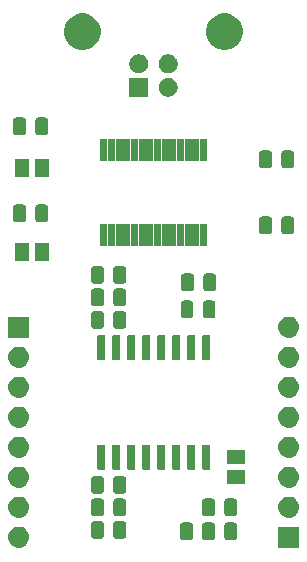
<source format=gbr>
G04 #@! TF.GenerationSoftware,KiCad,Pcbnew,(5.1.2)-2*
G04 #@! TF.CreationDate,2019-10-15T13:17:40+02:00*
G04 #@! TF.ProjectId,USB_UART_Iolated,5553425f-5541-4525-945f-496f6c617465,rev?*
G04 #@! TF.SameCoordinates,Original*
G04 #@! TF.FileFunction,Soldermask,Top*
G04 #@! TF.FilePolarity,Negative*
%FSLAX46Y46*%
G04 Gerber Fmt 4.6, Leading zero omitted, Abs format (unit mm)*
G04 Created by KiCad (PCBNEW (5.1.2)-2) date 2019-10-15 13:17:40*
%MOMM*%
%LPD*%
G04 APERTURE LIST*
%ADD10C,0.100000*%
G04 APERTURE END LIST*
D10*
G36*
X152031000Y-124091000D02*
G01*
X150229000Y-124091000D01*
X150229000Y-122289000D01*
X152031000Y-122289000D01*
X152031000Y-124091000D01*
X152031000Y-124091000D01*
G37*
G36*
X128446627Y-122302037D02*
G01*
X128616466Y-122353557D01*
X128772991Y-122437222D01*
X128772992Y-122437223D01*
X128772994Y-122437224D01*
X128910185Y-122549815D01*
X129022778Y-122687009D01*
X129106443Y-122843534D01*
X129157963Y-123013373D01*
X129175359Y-123190000D01*
X129157963Y-123366627D01*
X129106443Y-123536466D01*
X129022778Y-123692991D01*
X129022776Y-123692994D01*
X128910185Y-123830185D01*
X128772994Y-123942776D01*
X128772992Y-123942777D01*
X128772991Y-123942778D01*
X128616466Y-124026443D01*
X128446627Y-124077963D01*
X128314258Y-124091000D01*
X128225742Y-124091000D01*
X128093373Y-124077963D01*
X127923534Y-124026443D01*
X127767009Y-123942778D01*
X127767008Y-123942777D01*
X127767006Y-123942776D01*
X127629815Y-123830185D01*
X127517224Y-123692994D01*
X127517222Y-123692991D01*
X127433557Y-123536466D01*
X127382037Y-123366627D01*
X127364641Y-123190000D01*
X127382037Y-123013373D01*
X127433557Y-122843534D01*
X127517222Y-122687009D01*
X127629815Y-122549815D01*
X127767006Y-122437224D01*
X127767008Y-122437223D01*
X127767009Y-122437222D01*
X127923534Y-122353557D01*
X128093373Y-122302037D01*
X128225742Y-122289000D01*
X128314258Y-122289000D01*
X128446627Y-122302037D01*
X128446627Y-122302037D01*
G37*
G36*
X144677380Y-121936113D02*
G01*
X144726681Y-121951068D01*
X144772129Y-121975360D01*
X144811955Y-122008045D01*
X144844640Y-122047871D01*
X144868932Y-122093319D01*
X144883887Y-122142620D01*
X144889000Y-122194526D01*
X144889000Y-123169474D01*
X144883887Y-123221380D01*
X144868932Y-123270681D01*
X144844640Y-123316129D01*
X144811955Y-123355955D01*
X144772129Y-123388640D01*
X144726681Y-123412932D01*
X144677380Y-123427887D01*
X144625474Y-123433000D01*
X144075526Y-123433000D01*
X144023620Y-123427887D01*
X143974319Y-123412932D01*
X143928871Y-123388640D01*
X143889045Y-123355955D01*
X143856360Y-123316129D01*
X143832068Y-123270681D01*
X143817113Y-123221380D01*
X143812000Y-123169474D01*
X143812000Y-122194526D01*
X143817113Y-122142620D01*
X143832068Y-122093319D01*
X143856360Y-122047871D01*
X143889045Y-122008045D01*
X143928871Y-121975360D01*
X143974319Y-121951068D01*
X144023620Y-121936113D01*
X144075526Y-121931000D01*
X144625474Y-121931000D01*
X144677380Y-121936113D01*
X144677380Y-121936113D01*
G37*
G36*
X142810480Y-121936113D02*
G01*
X142859781Y-121951068D01*
X142905229Y-121975360D01*
X142945055Y-122008045D01*
X142977740Y-122047871D01*
X143002032Y-122093319D01*
X143016987Y-122142620D01*
X143022100Y-122194526D01*
X143022100Y-123169474D01*
X143016987Y-123221380D01*
X143002032Y-123270681D01*
X142977740Y-123316129D01*
X142945055Y-123355955D01*
X142905229Y-123388640D01*
X142859781Y-123412932D01*
X142810480Y-123427887D01*
X142758574Y-123433000D01*
X142208626Y-123433000D01*
X142156720Y-123427887D01*
X142107419Y-123412932D01*
X142061971Y-123388640D01*
X142022145Y-123355955D01*
X141989460Y-123316129D01*
X141965168Y-123270681D01*
X141950213Y-123221380D01*
X141945100Y-123169474D01*
X141945100Y-122194526D01*
X141950213Y-122142620D01*
X141965168Y-122093319D01*
X141989460Y-122047871D01*
X142022145Y-122008045D01*
X142061971Y-121975360D01*
X142107419Y-121951068D01*
X142156720Y-121936113D01*
X142208626Y-121931000D01*
X142758574Y-121931000D01*
X142810480Y-121936113D01*
X142810480Y-121936113D01*
G37*
G36*
X146552380Y-121936113D02*
G01*
X146601681Y-121951068D01*
X146647129Y-121975360D01*
X146686955Y-122008045D01*
X146719640Y-122047871D01*
X146743932Y-122093319D01*
X146758887Y-122142620D01*
X146764000Y-122194526D01*
X146764000Y-123169474D01*
X146758887Y-123221380D01*
X146743932Y-123270681D01*
X146719640Y-123316129D01*
X146686955Y-123355955D01*
X146647129Y-123388640D01*
X146601681Y-123412932D01*
X146552380Y-123427887D01*
X146500474Y-123433000D01*
X145950526Y-123433000D01*
X145898620Y-123427887D01*
X145849319Y-123412932D01*
X145803871Y-123388640D01*
X145764045Y-123355955D01*
X145731360Y-123316129D01*
X145707068Y-123270681D01*
X145692113Y-123221380D01*
X145687000Y-123169474D01*
X145687000Y-122194526D01*
X145692113Y-122142620D01*
X145707068Y-122093319D01*
X145731360Y-122047871D01*
X145764045Y-122008045D01*
X145803871Y-121975360D01*
X145849319Y-121951068D01*
X145898620Y-121936113D01*
X145950526Y-121931000D01*
X146500474Y-121931000D01*
X146552380Y-121936113D01*
X146552380Y-121936113D01*
G37*
G36*
X135279380Y-121809113D02*
G01*
X135328681Y-121824068D01*
X135374129Y-121848360D01*
X135413955Y-121881045D01*
X135446640Y-121920871D01*
X135470932Y-121966319D01*
X135485887Y-122015620D01*
X135491000Y-122067526D01*
X135491000Y-123042474D01*
X135485887Y-123094380D01*
X135470932Y-123143681D01*
X135446640Y-123189129D01*
X135413955Y-123228955D01*
X135374129Y-123261640D01*
X135328681Y-123285932D01*
X135279380Y-123300887D01*
X135227474Y-123306000D01*
X134677526Y-123306000D01*
X134625620Y-123300887D01*
X134576319Y-123285932D01*
X134530871Y-123261640D01*
X134491045Y-123228955D01*
X134458360Y-123189129D01*
X134434068Y-123143681D01*
X134419113Y-123094380D01*
X134414000Y-123042474D01*
X134414000Y-122067526D01*
X134419113Y-122015620D01*
X134434068Y-121966319D01*
X134458360Y-121920871D01*
X134491045Y-121881045D01*
X134530871Y-121848360D01*
X134576319Y-121824068D01*
X134625620Y-121809113D01*
X134677526Y-121804000D01*
X135227474Y-121804000D01*
X135279380Y-121809113D01*
X135279380Y-121809113D01*
G37*
G36*
X137154380Y-121809113D02*
G01*
X137203681Y-121824068D01*
X137249129Y-121848360D01*
X137288955Y-121881045D01*
X137321640Y-121920871D01*
X137345932Y-121966319D01*
X137360887Y-122015620D01*
X137366000Y-122067526D01*
X137366000Y-123042474D01*
X137360887Y-123094380D01*
X137345932Y-123143681D01*
X137321640Y-123189129D01*
X137288955Y-123228955D01*
X137249129Y-123261640D01*
X137203681Y-123285932D01*
X137154380Y-123300887D01*
X137102474Y-123306000D01*
X136552526Y-123306000D01*
X136500620Y-123300887D01*
X136451319Y-123285932D01*
X136405871Y-123261640D01*
X136366045Y-123228955D01*
X136333360Y-123189129D01*
X136309068Y-123143681D01*
X136294113Y-123094380D01*
X136289000Y-123042474D01*
X136289000Y-122067526D01*
X136294113Y-122015620D01*
X136309068Y-121966319D01*
X136333360Y-121920871D01*
X136366045Y-121881045D01*
X136405871Y-121848360D01*
X136451319Y-121824068D01*
X136500620Y-121809113D01*
X136552526Y-121804000D01*
X137102474Y-121804000D01*
X137154380Y-121809113D01*
X137154380Y-121809113D01*
G37*
G36*
X151306627Y-119762037D02*
G01*
X151476466Y-119813557D01*
X151632991Y-119897222D01*
X151632992Y-119897223D01*
X151632994Y-119897224D01*
X151770185Y-120009815D01*
X151857102Y-120115722D01*
X151882778Y-120147009D01*
X151966443Y-120303534D01*
X152017963Y-120473373D01*
X152035359Y-120650000D01*
X152017963Y-120826627D01*
X151966443Y-120996466D01*
X151891072Y-121137474D01*
X151882776Y-121152994D01*
X151770185Y-121290185D01*
X151632994Y-121402776D01*
X151632992Y-121402777D01*
X151632991Y-121402778D01*
X151476466Y-121486443D01*
X151306627Y-121537963D01*
X151174258Y-121551000D01*
X151085742Y-121551000D01*
X150953373Y-121537963D01*
X150783534Y-121486443D01*
X150627009Y-121402778D01*
X150627008Y-121402777D01*
X150627006Y-121402776D01*
X150489815Y-121290185D01*
X150377224Y-121152994D01*
X150368928Y-121137474D01*
X150293557Y-120996466D01*
X150242037Y-120826627D01*
X150224641Y-120650000D01*
X150242037Y-120473373D01*
X150293557Y-120303534D01*
X150377222Y-120147009D01*
X150402899Y-120115722D01*
X150489815Y-120009815D01*
X150627006Y-119897224D01*
X150627008Y-119897223D01*
X150627009Y-119897222D01*
X150783534Y-119813557D01*
X150953373Y-119762037D01*
X151085742Y-119749000D01*
X151174258Y-119749000D01*
X151306627Y-119762037D01*
X151306627Y-119762037D01*
G37*
G36*
X128446627Y-119762037D02*
G01*
X128616466Y-119813557D01*
X128772991Y-119897222D01*
X128772992Y-119897223D01*
X128772994Y-119897224D01*
X128910185Y-120009815D01*
X128997102Y-120115722D01*
X129022778Y-120147009D01*
X129106443Y-120303534D01*
X129157963Y-120473373D01*
X129175359Y-120650000D01*
X129157963Y-120826627D01*
X129106443Y-120996466D01*
X129031072Y-121137474D01*
X129022776Y-121152994D01*
X128910185Y-121290185D01*
X128772994Y-121402776D01*
X128772992Y-121402777D01*
X128772991Y-121402778D01*
X128616466Y-121486443D01*
X128446627Y-121537963D01*
X128314258Y-121551000D01*
X128225742Y-121551000D01*
X128093373Y-121537963D01*
X127923534Y-121486443D01*
X127767009Y-121402778D01*
X127767008Y-121402777D01*
X127767006Y-121402776D01*
X127629815Y-121290185D01*
X127517224Y-121152994D01*
X127508928Y-121137474D01*
X127433557Y-120996466D01*
X127382037Y-120826627D01*
X127364641Y-120650000D01*
X127382037Y-120473373D01*
X127433557Y-120303534D01*
X127517222Y-120147009D01*
X127542899Y-120115722D01*
X127629815Y-120009815D01*
X127767006Y-119897224D01*
X127767008Y-119897223D01*
X127767009Y-119897222D01*
X127923534Y-119813557D01*
X128093373Y-119762037D01*
X128225742Y-119749000D01*
X128314258Y-119749000D01*
X128446627Y-119762037D01*
X128446627Y-119762037D01*
G37*
G36*
X144677380Y-119904113D02*
G01*
X144726681Y-119919068D01*
X144772129Y-119943360D01*
X144811955Y-119976045D01*
X144844640Y-120015871D01*
X144868932Y-120061319D01*
X144883887Y-120110620D01*
X144889000Y-120162526D01*
X144889000Y-121137474D01*
X144883887Y-121189380D01*
X144868932Y-121238681D01*
X144844640Y-121284129D01*
X144811955Y-121323955D01*
X144772129Y-121356640D01*
X144726681Y-121380932D01*
X144677380Y-121395887D01*
X144625474Y-121401000D01*
X144075526Y-121401000D01*
X144023620Y-121395887D01*
X143974319Y-121380932D01*
X143928871Y-121356640D01*
X143889045Y-121323955D01*
X143856360Y-121284129D01*
X143832068Y-121238681D01*
X143817113Y-121189380D01*
X143812000Y-121137474D01*
X143812000Y-120162526D01*
X143817113Y-120110620D01*
X143832068Y-120061319D01*
X143856360Y-120015871D01*
X143889045Y-119976045D01*
X143928871Y-119943360D01*
X143974319Y-119919068D01*
X144023620Y-119904113D01*
X144075526Y-119899000D01*
X144625474Y-119899000D01*
X144677380Y-119904113D01*
X144677380Y-119904113D01*
G37*
G36*
X146552380Y-119904113D02*
G01*
X146601681Y-119919068D01*
X146647129Y-119943360D01*
X146686955Y-119976045D01*
X146719640Y-120015871D01*
X146743932Y-120061319D01*
X146758887Y-120110620D01*
X146764000Y-120162526D01*
X146764000Y-121137474D01*
X146758887Y-121189380D01*
X146743932Y-121238681D01*
X146719640Y-121284129D01*
X146686955Y-121323955D01*
X146647129Y-121356640D01*
X146601681Y-121380932D01*
X146552380Y-121395887D01*
X146500474Y-121401000D01*
X145950526Y-121401000D01*
X145898620Y-121395887D01*
X145849319Y-121380932D01*
X145803871Y-121356640D01*
X145764045Y-121323955D01*
X145731360Y-121284129D01*
X145707068Y-121238681D01*
X145692113Y-121189380D01*
X145687000Y-121137474D01*
X145687000Y-120162526D01*
X145692113Y-120110620D01*
X145707068Y-120061319D01*
X145731360Y-120015871D01*
X145764045Y-119976045D01*
X145803871Y-119943360D01*
X145849319Y-119919068D01*
X145898620Y-119904113D01*
X145950526Y-119899000D01*
X146500474Y-119899000D01*
X146552380Y-119904113D01*
X146552380Y-119904113D01*
G37*
G36*
X137154380Y-119904113D02*
G01*
X137203681Y-119919068D01*
X137249129Y-119943360D01*
X137288955Y-119976045D01*
X137321640Y-120015871D01*
X137345932Y-120061319D01*
X137360887Y-120110620D01*
X137366000Y-120162526D01*
X137366000Y-121137474D01*
X137360887Y-121189380D01*
X137345932Y-121238681D01*
X137321640Y-121284129D01*
X137288955Y-121323955D01*
X137249129Y-121356640D01*
X137203681Y-121380932D01*
X137154380Y-121395887D01*
X137102474Y-121401000D01*
X136552526Y-121401000D01*
X136500620Y-121395887D01*
X136451319Y-121380932D01*
X136405871Y-121356640D01*
X136366045Y-121323955D01*
X136333360Y-121284129D01*
X136309068Y-121238681D01*
X136294113Y-121189380D01*
X136289000Y-121137474D01*
X136289000Y-120162526D01*
X136294113Y-120110620D01*
X136309068Y-120061319D01*
X136333360Y-120015871D01*
X136366045Y-119976045D01*
X136405871Y-119943360D01*
X136451319Y-119919068D01*
X136500620Y-119904113D01*
X136552526Y-119899000D01*
X137102474Y-119899000D01*
X137154380Y-119904113D01*
X137154380Y-119904113D01*
G37*
G36*
X135279380Y-119904113D02*
G01*
X135328681Y-119919068D01*
X135374129Y-119943360D01*
X135413955Y-119976045D01*
X135446640Y-120015871D01*
X135470932Y-120061319D01*
X135485887Y-120110620D01*
X135491000Y-120162526D01*
X135491000Y-121137474D01*
X135485887Y-121189380D01*
X135470932Y-121238681D01*
X135446640Y-121284129D01*
X135413955Y-121323955D01*
X135374129Y-121356640D01*
X135328681Y-121380932D01*
X135279380Y-121395887D01*
X135227474Y-121401000D01*
X134677526Y-121401000D01*
X134625620Y-121395887D01*
X134576319Y-121380932D01*
X134530871Y-121356640D01*
X134491045Y-121323955D01*
X134458360Y-121284129D01*
X134434068Y-121238681D01*
X134419113Y-121189380D01*
X134414000Y-121137474D01*
X134414000Y-120162526D01*
X134419113Y-120110620D01*
X134434068Y-120061319D01*
X134458360Y-120015871D01*
X134491045Y-119976045D01*
X134530871Y-119943360D01*
X134576319Y-119919068D01*
X134625620Y-119904113D01*
X134677526Y-119899000D01*
X135227474Y-119899000D01*
X135279380Y-119904113D01*
X135279380Y-119904113D01*
G37*
G36*
X135279380Y-117999113D02*
G01*
X135328681Y-118014068D01*
X135374129Y-118038360D01*
X135413955Y-118071045D01*
X135446640Y-118110871D01*
X135470932Y-118156319D01*
X135485887Y-118205620D01*
X135491000Y-118257526D01*
X135491000Y-119232474D01*
X135485887Y-119284380D01*
X135470932Y-119333681D01*
X135446640Y-119379129D01*
X135413955Y-119418955D01*
X135374129Y-119451640D01*
X135328681Y-119475932D01*
X135279380Y-119490887D01*
X135227474Y-119496000D01*
X134677526Y-119496000D01*
X134625620Y-119490887D01*
X134576319Y-119475932D01*
X134530871Y-119451640D01*
X134491045Y-119418955D01*
X134458360Y-119379129D01*
X134434068Y-119333681D01*
X134419113Y-119284380D01*
X134414000Y-119232474D01*
X134414000Y-118257526D01*
X134419113Y-118205620D01*
X134434068Y-118156319D01*
X134458360Y-118110871D01*
X134491045Y-118071045D01*
X134530871Y-118038360D01*
X134576319Y-118014068D01*
X134625620Y-117999113D01*
X134677526Y-117994000D01*
X135227474Y-117994000D01*
X135279380Y-117999113D01*
X135279380Y-117999113D01*
G37*
G36*
X137154380Y-117999113D02*
G01*
X137203681Y-118014068D01*
X137249129Y-118038360D01*
X137288955Y-118071045D01*
X137321640Y-118110871D01*
X137345932Y-118156319D01*
X137360887Y-118205620D01*
X137366000Y-118257526D01*
X137366000Y-119232474D01*
X137360887Y-119284380D01*
X137345932Y-119333681D01*
X137321640Y-119379129D01*
X137288955Y-119418955D01*
X137249129Y-119451640D01*
X137203681Y-119475932D01*
X137154380Y-119490887D01*
X137102474Y-119496000D01*
X136552526Y-119496000D01*
X136500620Y-119490887D01*
X136451319Y-119475932D01*
X136405871Y-119451640D01*
X136366045Y-119418955D01*
X136333360Y-119379129D01*
X136309068Y-119333681D01*
X136294113Y-119284380D01*
X136289000Y-119232474D01*
X136289000Y-118257526D01*
X136294113Y-118205620D01*
X136309068Y-118156319D01*
X136333360Y-118110871D01*
X136366045Y-118071045D01*
X136405871Y-118038360D01*
X136451319Y-118014068D01*
X136500620Y-117999113D01*
X136552526Y-117994000D01*
X137102474Y-117994000D01*
X137154380Y-117999113D01*
X137154380Y-117999113D01*
G37*
G36*
X151306627Y-117222037D02*
G01*
X151476466Y-117273557D01*
X151632991Y-117357222D01*
X151632992Y-117357223D01*
X151632994Y-117357224D01*
X151770185Y-117469815D01*
X151780751Y-117482689D01*
X151882778Y-117607009D01*
X151966443Y-117763534D01*
X152017963Y-117933373D01*
X152035359Y-118110000D01*
X152017963Y-118286627D01*
X151966443Y-118456466D01*
X151882778Y-118612991D01*
X151882776Y-118612994D01*
X151770185Y-118750185D01*
X151632994Y-118862776D01*
X151632992Y-118862777D01*
X151632991Y-118862778D01*
X151476466Y-118946443D01*
X151306627Y-118997963D01*
X151174258Y-119011000D01*
X151085742Y-119011000D01*
X150953373Y-118997963D01*
X150783534Y-118946443D01*
X150627009Y-118862778D01*
X150627008Y-118862777D01*
X150627006Y-118862776D01*
X150489815Y-118750185D01*
X150377224Y-118612994D01*
X150377222Y-118612991D01*
X150293557Y-118456466D01*
X150242037Y-118286627D01*
X150224641Y-118110000D01*
X150242037Y-117933373D01*
X150293557Y-117763534D01*
X150377222Y-117607009D01*
X150479250Y-117482689D01*
X150489815Y-117469815D01*
X150627006Y-117357224D01*
X150627008Y-117357223D01*
X150627009Y-117357222D01*
X150783534Y-117273557D01*
X150953373Y-117222037D01*
X151085742Y-117209000D01*
X151174258Y-117209000D01*
X151306627Y-117222037D01*
X151306627Y-117222037D01*
G37*
G36*
X128446627Y-117222037D02*
G01*
X128616466Y-117273557D01*
X128772991Y-117357222D01*
X128772992Y-117357223D01*
X128772994Y-117357224D01*
X128910185Y-117469815D01*
X128920751Y-117482689D01*
X129022778Y-117607009D01*
X129106443Y-117763534D01*
X129157963Y-117933373D01*
X129175359Y-118110000D01*
X129157963Y-118286627D01*
X129106443Y-118456466D01*
X129022778Y-118612991D01*
X129022776Y-118612994D01*
X128910185Y-118750185D01*
X128772994Y-118862776D01*
X128772992Y-118862777D01*
X128772991Y-118862778D01*
X128616466Y-118946443D01*
X128446627Y-118997963D01*
X128314258Y-119011000D01*
X128225742Y-119011000D01*
X128093373Y-118997963D01*
X127923534Y-118946443D01*
X127767009Y-118862778D01*
X127767008Y-118862777D01*
X127767006Y-118862776D01*
X127629815Y-118750185D01*
X127517224Y-118612994D01*
X127517222Y-118612991D01*
X127433557Y-118456466D01*
X127382037Y-118286627D01*
X127364641Y-118110000D01*
X127382037Y-117933373D01*
X127433557Y-117763534D01*
X127517222Y-117607009D01*
X127619250Y-117482689D01*
X127629815Y-117469815D01*
X127767006Y-117357224D01*
X127767008Y-117357223D01*
X127767009Y-117357222D01*
X127923534Y-117273557D01*
X128093373Y-117222037D01*
X128225742Y-117209000D01*
X128314258Y-117209000D01*
X128446627Y-117222037D01*
X128446627Y-117222037D01*
G37*
G36*
X147436000Y-118711000D02*
G01*
X145934000Y-118711000D01*
X145934000Y-117509000D01*
X147436000Y-117509000D01*
X147436000Y-118711000D01*
X147436000Y-118711000D01*
G37*
G36*
X144359840Y-115337311D02*
G01*
X144391559Y-115346932D01*
X144420787Y-115362555D01*
X144446414Y-115383586D01*
X144467445Y-115409213D01*
X144483068Y-115438441D01*
X144492689Y-115470160D01*
X144496000Y-115503776D01*
X144496000Y-117316224D01*
X144492689Y-117349840D01*
X144483068Y-117381559D01*
X144467445Y-117410787D01*
X144446414Y-117436414D01*
X144420787Y-117457445D01*
X144391559Y-117473068D01*
X144359840Y-117482689D01*
X144326224Y-117486000D01*
X143963776Y-117486000D01*
X143930160Y-117482689D01*
X143898441Y-117473068D01*
X143869213Y-117457445D01*
X143843586Y-117436414D01*
X143822555Y-117410787D01*
X143806932Y-117381559D01*
X143797311Y-117349840D01*
X143794000Y-117316224D01*
X143794000Y-115503776D01*
X143797311Y-115470160D01*
X143806932Y-115438441D01*
X143822555Y-115409213D01*
X143843586Y-115383586D01*
X143869213Y-115362555D01*
X143898441Y-115346932D01*
X143930160Y-115337311D01*
X143963776Y-115334000D01*
X144326224Y-115334000D01*
X144359840Y-115337311D01*
X144359840Y-115337311D01*
G37*
G36*
X143089840Y-115337311D02*
G01*
X143121559Y-115346932D01*
X143150787Y-115362555D01*
X143176414Y-115383586D01*
X143197445Y-115409213D01*
X143213068Y-115438441D01*
X143222689Y-115470160D01*
X143226000Y-115503776D01*
X143226000Y-117316224D01*
X143222689Y-117349840D01*
X143213068Y-117381559D01*
X143197445Y-117410787D01*
X143176414Y-117436414D01*
X143150787Y-117457445D01*
X143121559Y-117473068D01*
X143089840Y-117482689D01*
X143056224Y-117486000D01*
X142693776Y-117486000D01*
X142660160Y-117482689D01*
X142628441Y-117473068D01*
X142599213Y-117457445D01*
X142573586Y-117436414D01*
X142552555Y-117410787D01*
X142536932Y-117381559D01*
X142527311Y-117349840D01*
X142524000Y-117316224D01*
X142524000Y-115503776D01*
X142527311Y-115470160D01*
X142536932Y-115438441D01*
X142552555Y-115409213D01*
X142573586Y-115383586D01*
X142599213Y-115362555D01*
X142628441Y-115346932D01*
X142660160Y-115337311D01*
X142693776Y-115334000D01*
X143056224Y-115334000D01*
X143089840Y-115337311D01*
X143089840Y-115337311D01*
G37*
G36*
X136739840Y-115337311D02*
G01*
X136771559Y-115346932D01*
X136800787Y-115362555D01*
X136826414Y-115383586D01*
X136847445Y-115409213D01*
X136863068Y-115438441D01*
X136872689Y-115470160D01*
X136876000Y-115503776D01*
X136876000Y-117316224D01*
X136872689Y-117349840D01*
X136863068Y-117381559D01*
X136847445Y-117410787D01*
X136826414Y-117436414D01*
X136800787Y-117457445D01*
X136771559Y-117473068D01*
X136739840Y-117482689D01*
X136706224Y-117486000D01*
X136343776Y-117486000D01*
X136310160Y-117482689D01*
X136278441Y-117473068D01*
X136249213Y-117457445D01*
X136223586Y-117436414D01*
X136202555Y-117410787D01*
X136186932Y-117381559D01*
X136177311Y-117349840D01*
X136174000Y-117316224D01*
X136174000Y-115503776D01*
X136177311Y-115470160D01*
X136186932Y-115438441D01*
X136202555Y-115409213D01*
X136223586Y-115383586D01*
X136249213Y-115362555D01*
X136278441Y-115346932D01*
X136310160Y-115337311D01*
X136343776Y-115334000D01*
X136706224Y-115334000D01*
X136739840Y-115337311D01*
X136739840Y-115337311D01*
G37*
G36*
X139279840Y-115337311D02*
G01*
X139311559Y-115346932D01*
X139340787Y-115362555D01*
X139366414Y-115383586D01*
X139387445Y-115409213D01*
X139403068Y-115438441D01*
X139412689Y-115470160D01*
X139416000Y-115503776D01*
X139416000Y-117316224D01*
X139412689Y-117349840D01*
X139403068Y-117381559D01*
X139387445Y-117410787D01*
X139366414Y-117436414D01*
X139340787Y-117457445D01*
X139311559Y-117473068D01*
X139279840Y-117482689D01*
X139246224Y-117486000D01*
X138883776Y-117486000D01*
X138850160Y-117482689D01*
X138818441Y-117473068D01*
X138789213Y-117457445D01*
X138763586Y-117436414D01*
X138742555Y-117410787D01*
X138726932Y-117381559D01*
X138717311Y-117349840D01*
X138714000Y-117316224D01*
X138714000Y-115503776D01*
X138717311Y-115470160D01*
X138726932Y-115438441D01*
X138742555Y-115409213D01*
X138763586Y-115383586D01*
X138789213Y-115362555D01*
X138818441Y-115346932D01*
X138850160Y-115337311D01*
X138883776Y-115334000D01*
X139246224Y-115334000D01*
X139279840Y-115337311D01*
X139279840Y-115337311D01*
G37*
G36*
X138009840Y-115337311D02*
G01*
X138041559Y-115346932D01*
X138070787Y-115362555D01*
X138096414Y-115383586D01*
X138117445Y-115409213D01*
X138133068Y-115438441D01*
X138142689Y-115470160D01*
X138146000Y-115503776D01*
X138146000Y-117316224D01*
X138142689Y-117349840D01*
X138133068Y-117381559D01*
X138117445Y-117410787D01*
X138096414Y-117436414D01*
X138070787Y-117457445D01*
X138041559Y-117473068D01*
X138009840Y-117482689D01*
X137976224Y-117486000D01*
X137613776Y-117486000D01*
X137580160Y-117482689D01*
X137548441Y-117473068D01*
X137519213Y-117457445D01*
X137493586Y-117436414D01*
X137472555Y-117410787D01*
X137456932Y-117381559D01*
X137447311Y-117349840D01*
X137444000Y-117316224D01*
X137444000Y-115503776D01*
X137447311Y-115470160D01*
X137456932Y-115438441D01*
X137472555Y-115409213D01*
X137493586Y-115383586D01*
X137519213Y-115362555D01*
X137548441Y-115346932D01*
X137580160Y-115337311D01*
X137613776Y-115334000D01*
X137976224Y-115334000D01*
X138009840Y-115337311D01*
X138009840Y-115337311D01*
G37*
G36*
X141819840Y-115337311D02*
G01*
X141851559Y-115346932D01*
X141880787Y-115362555D01*
X141906414Y-115383586D01*
X141927445Y-115409213D01*
X141943068Y-115438441D01*
X141952689Y-115470160D01*
X141956000Y-115503776D01*
X141956000Y-117316224D01*
X141952689Y-117349840D01*
X141943068Y-117381559D01*
X141927445Y-117410787D01*
X141906414Y-117436414D01*
X141880787Y-117457445D01*
X141851559Y-117473068D01*
X141819840Y-117482689D01*
X141786224Y-117486000D01*
X141423776Y-117486000D01*
X141390160Y-117482689D01*
X141358441Y-117473068D01*
X141329213Y-117457445D01*
X141303586Y-117436414D01*
X141282555Y-117410787D01*
X141266932Y-117381559D01*
X141257311Y-117349840D01*
X141254000Y-117316224D01*
X141254000Y-115503776D01*
X141257311Y-115470160D01*
X141266932Y-115438441D01*
X141282555Y-115409213D01*
X141303586Y-115383586D01*
X141329213Y-115362555D01*
X141358441Y-115346932D01*
X141390160Y-115337311D01*
X141423776Y-115334000D01*
X141786224Y-115334000D01*
X141819840Y-115337311D01*
X141819840Y-115337311D01*
G37*
G36*
X135469840Y-115337311D02*
G01*
X135501559Y-115346932D01*
X135530787Y-115362555D01*
X135556414Y-115383586D01*
X135577445Y-115409213D01*
X135593068Y-115438441D01*
X135602689Y-115470160D01*
X135606000Y-115503776D01*
X135606000Y-117316224D01*
X135602689Y-117349840D01*
X135593068Y-117381559D01*
X135577445Y-117410787D01*
X135556414Y-117436414D01*
X135530787Y-117457445D01*
X135501559Y-117473068D01*
X135469840Y-117482689D01*
X135436224Y-117486000D01*
X135073776Y-117486000D01*
X135040160Y-117482689D01*
X135008441Y-117473068D01*
X134979213Y-117457445D01*
X134953586Y-117436414D01*
X134932555Y-117410787D01*
X134916932Y-117381559D01*
X134907311Y-117349840D01*
X134904000Y-117316224D01*
X134904000Y-115503776D01*
X134907311Y-115470160D01*
X134916932Y-115438441D01*
X134932555Y-115409213D01*
X134953586Y-115383586D01*
X134979213Y-115362555D01*
X135008441Y-115346932D01*
X135040160Y-115337311D01*
X135073776Y-115334000D01*
X135436224Y-115334000D01*
X135469840Y-115337311D01*
X135469840Y-115337311D01*
G37*
G36*
X140549840Y-115337311D02*
G01*
X140581559Y-115346932D01*
X140610787Y-115362555D01*
X140636414Y-115383586D01*
X140657445Y-115409213D01*
X140673068Y-115438441D01*
X140682689Y-115470160D01*
X140686000Y-115503776D01*
X140686000Y-117316224D01*
X140682689Y-117349840D01*
X140673068Y-117381559D01*
X140657445Y-117410787D01*
X140636414Y-117436414D01*
X140610787Y-117457445D01*
X140581559Y-117473068D01*
X140549840Y-117482689D01*
X140516224Y-117486000D01*
X140153776Y-117486000D01*
X140120160Y-117482689D01*
X140088441Y-117473068D01*
X140059213Y-117457445D01*
X140033586Y-117436414D01*
X140012555Y-117410787D01*
X139996932Y-117381559D01*
X139987311Y-117349840D01*
X139984000Y-117316224D01*
X139984000Y-115503776D01*
X139987311Y-115470160D01*
X139996932Y-115438441D01*
X140012555Y-115409213D01*
X140033586Y-115383586D01*
X140059213Y-115362555D01*
X140088441Y-115346932D01*
X140120160Y-115337311D01*
X140153776Y-115334000D01*
X140516224Y-115334000D01*
X140549840Y-115337311D01*
X140549840Y-115337311D01*
G37*
G36*
X147436000Y-116961000D02*
G01*
X145934000Y-116961000D01*
X145934000Y-115759000D01*
X147436000Y-115759000D01*
X147436000Y-116961000D01*
X147436000Y-116961000D01*
G37*
G36*
X128446627Y-114682037D02*
G01*
X128616466Y-114733557D01*
X128772991Y-114817222D01*
X128772992Y-114817223D01*
X128772994Y-114817224D01*
X128910185Y-114929815D01*
X129022778Y-115067009D01*
X129106443Y-115223534D01*
X129157963Y-115393373D01*
X129175359Y-115570000D01*
X129157963Y-115746627D01*
X129106443Y-115916466D01*
X129022778Y-116072991D01*
X129022776Y-116072994D01*
X128910185Y-116210185D01*
X128772994Y-116322776D01*
X128772992Y-116322777D01*
X128772991Y-116322778D01*
X128616466Y-116406443D01*
X128446627Y-116457963D01*
X128314258Y-116471000D01*
X128225742Y-116471000D01*
X128093373Y-116457963D01*
X127923534Y-116406443D01*
X127767009Y-116322778D01*
X127767008Y-116322777D01*
X127767006Y-116322776D01*
X127629815Y-116210185D01*
X127517224Y-116072994D01*
X127517222Y-116072991D01*
X127433557Y-115916466D01*
X127382037Y-115746627D01*
X127364641Y-115570000D01*
X127382037Y-115393373D01*
X127433557Y-115223534D01*
X127517222Y-115067009D01*
X127629815Y-114929815D01*
X127767006Y-114817224D01*
X127767008Y-114817223D01*
X127767009Y-114817222D01*
X127923534Y-114733557D01*
X128093373Y-114682037D01*
X128225742Y-114669000D01*
X128314258Y-114669000D01*
X128446627Y-114682037D01*
X128446627Y-114682037D01*
G37*
G36*
X151306627Y-114682037D02*
G01*
X151476466Y-114733557D01*
X151632991Y-114817222D01*
X151632992Y-114817223D01*
X151632994Y-114817224D01*
X151770185Y-114929815D01*
X151882778Y-115067009D01*
X151966443Y-115223534D01*
X152017963Y-115393373D01*
X152035359Y-115570000D01*
X152017963Y-115746627D01*
X151966443Y-115916466D01*
X151882778Y-116072991D01*
X151882776Y-116072994D01*
X151770185Y-116210185D01*
X151632994Y-116322776D01*
X151632992Y-116322777D01*
X151632991Y-116322778D01*
X151476466Y-116406443D01*
X151306627Y-116457963D01*
X151174258Y-116471000D01*
X151085742Y-116471000D01*
X150953373Y-116457963D01*
X150783534Y-116406443D01*
X150627009Y-116322778D01*
X150627008Y-116322777D01*
X150627006Y-116322776D01*
X150489815Y-116210185D01*
X150377224Y-116072994D01*
X150377222Y-116072991D01*
X150293557Y-115916466D01*
X150242037Y-115746627D01*
X150224641Y-115570000D01*
X150242037Y-115393373D01*
X150293557Y-115223534D01*
X150377222Y-115067009D01*
X150489815Y-114929815D01*
X150627006Y-114817224D01*
X150627008Y-114817223D01*
X150627009Y-114817222D01*
X150783534Y-114733557D01*
X150953373Y-114682037D01*
X151085742Y-114669000D01*
X151174258Y-114669000D01*
X151306627Y-114682037D01*
X151306627Y-114682037D01*
G37*
G36*
X128446627Y-112142037D02*
G01*
X128616466Y-112193557D01*
X128772991Y-112277222D01*
X128772992Y-112277223D01*
X128772994Y-112277224D01*
X128910185Y-112389815D01*
X129022778Y-112527009D01*
X129106443Y-112683534D01*
X129157963Y-112853373D01*
X129175359Y-113030000D01*
X129157963Y-113206627D01*
X129106443Y-113376466D01*
X129022778Y-113532991D01*
X129022776Y-113532994D01*
X128910185Y-113670185D01*
X128772994Y-113782776D01*
X128772992Y-113782777D01*
X128772991Y-113782778D01*
X128616466Y-113866443D01*
X128446627Y-113917963D01*
X128314258Y-113931000D01*
X128225742Y-113931000D01*
X128093373Y-113917963D01*
X127923534Y-113866443D01*
X127767009Y-113782778D01*
X127767008Y-113782777D01*
X127767006Y-113782776D01*
X127629815Y-113670185D01*
X127517224Y-113532994D01*
X127517222Y-113532991D01*
X127433557Y-113376466D01*
X127382037Y-113206627D01*
X127364641Y-113030000D01*
X127382037Y-112853373D01*
X127433557Y-112683534D01*
X127517222Y-112527009D01*
X127629815Y-112389815D01*
X127767006Y-112277224D01*
X127767008Y-112277223D01*
X127767009Y-112277222D01*
X127923534Y-112193557D01*
X128093373Y-112142037D01*
X128225742Y-112129000D01*
X128314258Y-112129000D01*
X128446627Y-112142037D01*
X128446627Y-112142037D01*
G37*
G36*
X151306627Y-112142037D02*
G01*
X151476466Y-112193557D01*
X151632991Y-112277222D01*
X151632992Y-112277223D01*
X151632994Y-112277224D01*
X151770185Y-112389815D01*
X151882778Y-112527009D01*
X151966443Y-112683534D01*
X152017963Y-112853373D01*
X152035359Y-113030000D01*
X152017963Y-113206627D01*
X151966443Y-113376466D01*
X151882778Y-113532991D01*
X151882776Y-113532994D01*
X151770185Y-113670185D01*
X151632994Y-113782776D01*
X151632992Y-113782777D01*
X151632991Y-113782778D01*
X151476466Y-113866443D01*
X151306627Y-113917963D01*
X151174258Y-113931000D01*
X151085742Y-113931000D01*
X150953373Y-113917963D01*
X150783534Y-113866443D01*
X150627009Y-113782778D01*
X150627008Y-113782777D01*
X150627006Y-113782776D01*
X150489815Y-113670185D01*
X150377224Y-113532994D01*
X150377222Y-113532991D01*
X150293557Y-113376466D01*
X150242037Y-113206627D01*
X150224641Y-113030000D01*
X150242037Y-112853373D01*
X150293557Y-112683534D01*
X150377222Y-112527009D01*
X150489815Y-112389815D01*
X150627006Y-112277224D01*
X150627008Y-112277223D01*
X150627009Y-112277222D01*
X150783534Y-112193557D01*
X150953373Y-112142037D01*
X151085742Y-112129000D01*
X151174258Y-112129000D01*
X151306627Y-112142037D01*
X151306627Y-112142037D01*
G37*
G36*
X151306627Y-109602037D02*
G01*
X151476466Y-109653557D01*
X151632991Y-109737222D01*
X151632992Y-109737223D01*
X151632994Y-109737224D01*
X151770185Y-109849815D01*
X151882778Y-109987009D01*
X151966443Y-110143534D01*
X152017963Y-110313373D01*
X152035359Y-110490000D01*
X152017963Y-110666627D01*
X151966443Y-110836466D01*
X151882778Y-110992991D01*
X151882776Y-110992994D01*
X151770185Y-111130185D01*
X151632994Y-111242776D01*
X151632992Y-111242777D01*
X151632991Y-111242778D01*
X151476466Y-111326443D01*
X151306627Y-111377963D01*
X151174258Y-111391000D01*
X151085742Y-111391000D01*
X150953373Y-111377963D01*
X150783534Y-111326443D01*
X150627009Y-111242778D01*
X150627008Y-111242777D01*
X150627006Y-111242776D01*
X150489815Y-111130185D01*
X150377224Y-110992994D01*
X150377222Y-110992991D01*
X150293557Y-110836466D01*
X150242037Y-110666627D01*
X150224641Y-110490000D01*
X150242037Y-110313373D01*
X150293557Y-110143534D01*
X150377222Y-109987009D01*
X150489815Y-109849815D01*
X150627006Y-109737224D01*
X150627008Y-109737223D01*
X150627009Y-109737222D01*
X150783534Y-109653557D01*
X150953373Y-109602037D01*
X151085742Y-109589000D01*
X151174258Y-109589000D01*
X151306627Y-109602037D01*
X151306627Y-109602037D01*
G37*
G36*
X128446627Y-109602037D02*
G01*
X128616466Y-109653557D01*
X128772991Y-109737222D01*
X128772992Y-109737223D01*
X128772994Y-109737224D01*
X128910185Y-109849815D01*
X129022778Y-109987009D01*
X129106443Y-110143534D01*
X129157963Y-110313373D01*
X129175359Y-110490000D01*
X129157963Y-110666627D01*
X129106443Y-110836466D01*
X129022778Y-110992991D01*
X129022776Y-110992994D01*
X128910185Y-111130185D01*
X128772994Y-111242776D01*
X128772992Y-111242777D01*
X128772991Y-111242778D01*
X128616466Y-111326443D01*
X128446627Y-111377963D01*
X128314258Y-111391000D01*
X128225742Y-111391000D01*
X128093373Y-111377963D01*
X127923534Y-111326443D01*
X127767009Y-111242778D01*
X127767008Y-111242777D01*
X127767006Y-111242776D01*
X127629815Y-111130185D01*
X127517224Y-110992994D01*
X127517222Y-110992991D01*
X127433557Y-110836466D01*
X127382037Y-110666627D01*
X127364641Y-110490000D01*
X127382037Y-110313373D01*
X127433557Y-110143534D01*
X127517222Y-109987009D01*
X127629815Y-109849815D01*
X127767006Y-109737224D01*
X127767008Y-109737223D01*
X127767009Y-109737222D01*
X127923534Y-109653557D01*
X128093373Y-109602037D01*
X128225742Y-109589000D01*
X128314258Y-109589000D01*
X128446627Y-109602037D01*
X128446627Y-109602037D01*
G37*
G36*
X151306627Y-107062037D02*
G01*
X151476466Y-107113557D01*
X151632991Y-107197222D01*
X151632992Y-107197223D01*
X151632994Y-107197224D01*
X151770185Y-107309815D01*
X151882778Y-107447009D01*
X151966443Y-107603534D01*
X152017963Y-107773373D01*
X152035359Y-107950000D01*
X152017963Y-108126627D01*
X151966443Y-108296466D01*
X151882778Y-108452991D01*
X151882776Y-108452994D01*
X151770185Y-108590185D01*
X151632994Y-108702776D01*
X151632992Y-108702777D01*
X151632991Y-108702778D01*
X151476466Y-108786443D01*
X151306627Y-108837963D01*
X151174258Y-108851000D01*
X151085742Y-108851000D01*
X150953373Y-108837963D01*
X150783534Y-108786443D01*
X150627009Y-108702778D01*
X150627008Y-108702777D01*
X150627006Y-108702776D01*
X150489815Y-108590185D01*
X150377224Y-108452994D01*
X150377222Y-108452991D01*
X150293557Y-108296466D01*
X150242037Y-108126627D01*
X150224641Y-107950000D01*
X150242037Y-107773373D01*
X150293557Y-107603534D01*
X150377222Y-107447009D01*
X150489815Y-107309815D01*
X150627006Y-107197224D01*
X150627008Y-107197223D01*
X150627009Y-107197222D01*
X150783534Y-107113557D01*
X150953373Y-107062037D01*
X151085742Y-107049000D01*
X151174258Y-107049000D01*
X151306627Y-107062037D01*
X151306627Y-107062037D01*
G37*
G36*
X128446627Y-107062037D02*
G01*
X128616466Y-107113557D01*
X128772991Y-107197222D01*
X128772992Y-107197223D01*
X128772994Y-107197224D01*
X128910185Y-107309815D01*
X129022778Y-107447009D01*
X129106443Y-107603534D01*
X129157963Y-107773373D01*
X129175359Y-107950000D01*
X129157963Y-108126627D01*
X129106443Y-108296466D01*
X129022778Y-108452991D01*
X129022776Y-108452994D01*
X128910185Y-108590185D01*
X128772994Y-108702776D01*
X128772992Y-108702777D01*
X128772991Y-108702778D01*
X128616466Y-108786443D01*
X128446627Y-108837963D01*
X128314258Y-108851000D01*
X128225742Y-108851000D01*
X128093373Y-108837963D01*
X127923534Y-108786443D01*
X127767009Y-108702778D01*
X127767008Y-108702777D01*
X127767006Y-108702776D01*
X127629815Y-108590185D01*
X127517224Y-108452994D01*
X127517222Y-108452991D01*
X127433557Y-108296466D01*
X127382037Y-108126627D01*
X127364641Y-107950000D01*
X127382037Y-107773373D01*
X127433557Y-107603534D01*
X127517222Y-107447009D01*
X127629815Y-107309815D01*
X127767006Y-107197224D01*
X127767008Y-107197223D01*
X127767009Y-107197222D01*
X127923534Y-107113557D01*
X128093373Y-107062037D01*
X128225742Y-107049000D01*
X128314258Y-107049000D01*
X128446627Y-107062037D01*
X128446627Y-107062037D01*
G37*
G36*
X139279840Y-106037311D02*
G01*
X139311559Y-106046932D01*
X139340787Y-106062555D01*
X139366414Y-106083586D01*
X139387445Y-106109213D01*
X139403068Y-106138441D01*
X139412689Y-106170160D01*
X139416000Y-106203776D01*
X139416000Y-108016224D01*
X139412689Y-108049840D01*
X139403068Y-108081559D01*
X139387445Y-108110787D01*
X139366414Y-108136414D01*
X139340787Y-108157445D01*
X139311559Y-108173068D01*
X139279840Y-108182689D01*
X139246224Y-108186000D01*
X138883776Y-108186000D01*
X138850160Y-108182689D01*
X138818441Y-108173068D01*
X138789213Y-108157445D01*
X138763586Y-108136414D01*
X138742555Y-108110787D01*
X138726932Y-108081559D01*
X138717311Y-108049840D01*
X138714000Y-108016224D01*
X138714000Y-106203776D01*
X138717311Y-106170160D01*
X138726932Y-106138441D01*
X138742555Y-106109213D01*
X138763586Y-106083586D01*
X138789213Y-106062555D01*
X138818441Y-106046932D01*
X138850160Y-106037311D01*
X138883776Y-106034000D01*
X139246224Y-106034000D01*
X139279840Y-106037311D01*
X139279840Y-106037311D01*
G37*
G36*
X135469840Y-106037311D02*
G01*
X135501559Y-106046932D01*
X135530787Y-106062555D01*
X135556414Y-106083586D01*
X135577445Y-106109213D01*
X135593068Y-106138441D01*
X135602689Y-106170160D01*
X135606000Y-106203776D01*
X135606000Y-108016224D01*
X135602689Y-108049840D01*
X135593068Y-108081559D01*
X135577445Y-108110787D01*
X135556414Y-108136414D01*
X135530787Y-108157445D01*
X135501559Y-108173068D01*
X135469840Y-108182689D01*
X135436224Y-108186000D01*
X135073776Y-108186000D01*
X135040160Y-108182689D01*
X135008441Y-108173068D01*
X134979213Y-108157445D01*
X134953586Y-108136414D01*
X134932555Y-108110787D01*
X134916932Y-108081559D01*
X134907311Y-108049840D01*
X134904000Y-108016224D01*
X134904000Y-106203776D01*
X134907311Y-106170160D01*
X134916932Y-106138441D01*
X134932555Y-106109213D01*
X134953586Y-106083586D01*
X134979213Y-106062555D01*
X135008441Y-106046932D01*
X135040160Y-106037311D01*
X135073776Y-106034000D01*
X135436224Y-106034000D01*
X135469840Y-106037311D01*
X135469840Y-106037311D01*
G37*
G36*
X144359840Y-106037311D02*
G01*
X144391559Y-106046932D01*
X144420787Y-106062555D01*
X144446414Y-106083586D01*
X144467445Y-106109213D01*
X144483068Y-106138441D01*
X144492689Y-106170160D01*
X144496000Y-106203776D01*
X144496000Y-108016224D01*
X144492689Y-108049840D01*
X144483068Y-108081559D01*
X144467445Y-108110787D01*
X144446414Y-108136414D01*
X144420787Y-108157445D01*
X144391559Y-108173068D01*
X144359840Y-108182689D01*
X144326224Y-108186000D01*
X143963776Y-108186000D01*
X143930160Y-108182689D01*
X143898441Y-108173068D01*
X143869213Y-108157445D01*
X143843586Y-108136414D01*
X143822555Y-108110787D01*
X143806932Y-108081559D01*
X143797311Y-108049840D01*
X143794000Y-108016224D01*
X143794000Y-106203776D01*
X143797311Y-106170160D01*
X143806932Y-106138441D01*
X143822555Y-106109213D01*
X143843586Y-106083586D01*
X143869213Y-106062555D01*
X143898441Y-106046932D01*
X143930160Y-106037311D01*
X143963776Y-106034000D01*
X144326224Y-106034000D01*
X144359840Y-106037311D01*
X144359840Y-106037311D01*
G37*
G36*
X136739840Y-106037311D02*
G01*
X136771559Y-106046932D01*
X136800787Y-106062555D01*
X136826414Y-106083586D01*
X136847445Y-106109213D01*
X136863068Y-106138441D01*
X136872689Y-106170160D01*
X136876000Y-106203776D01*
X136876000Y-108016224D01*
X136872689Y-108049840D01*
X136863068Y-108081559D01*
X136847445Y-108110787D01*
X136826414Y-108136414D01*
X136800787Y-108157445D01*
X136771559Y-108173068D01*
X136739840Y-108182689D01*
X136706224Y-108186000D01*
X136343776Y-108186000D01*
X136310160Y-108182689D01*
X136278441Y-108173068D01*
X136249213Y-108157445D01*
X136223586Y-108136414D01*
X136202555Y-108110787D01*
X136186932Y-108081559D01*
X136177311Y-108049840D01*
X136174000Y-108016224D01*
X136174000Y-106203776D01*
X136177311Y-106170160D01*
X136186932Y-106138441D01*
X136202555Y-106109213D01*
X136223586Y-106083586D01*
X136249213Y-106062555D01*
X136278441Y-106046932D01*
X136310160Y-106037311D01*
X136343776Y-106034000D01*
X136706224Y-106034000D01*
X136739840Y-106037311D01*
X136739840Y-106037311D01*
G37*
G36*
X138009840Y-106037311D02*
G01*
X138041559Y-106046932D01*
X138070787Y-106062555D01*
X138096414Y-106083586D01*
X138117445Y-106109213D01*
X138133068Y-106138441D01*
X138142689Y-106170160D01*
X138146000Y-106203776D01*
X138146000Y-108016224D01*
X138142689Y-108049840D01*
X138133068Y-108081559D01*
X138117445Y-108110787D01*
X138096414Y-108136414D01*
X138070787Y-108157445D01*
X138041559Y-108173068D01*
X138009840Y-108182689D01*
X137976224Y-108186000D01*
X137613776Y-108186000D01*
X137580160Y-108182689D01*
X137548441Y-108173068D01*
X137519213Y-108157445D01*
X137493586Y-108136414D01*
X137472555Y-108110787D01*
X137456932Y-108081559D01*
X137447311Y-108049840D01*
X137444000Y-108016224D01*
X137444000Y-106203776D01*
X137447311Y-106170160D01*
X137456932Y-106138441D01*
X137472555Y-106109213D01*
X137493586Y-106083586D01*
X137519213Y-106062555D01*
X137548441Y-106046932D01*
X137580160Y-106037311D01*
X137613776Y-106034000D01*
X137976224Y-106034000D01*
X138009840Y-106037311D01*
X138009840Y-106037311D01*
G37*
G36*
X140549840Y-106037311D02*
G01*
X140581559Y-106046932D01*
X140610787Y-106062555D01*
X140636414Y-106083586D01*
X140657445Y-106109213D01*
X140673068Y-106138441D01*
X140682689Y-106170160D01*
X140686000Y-106203776D01*
X140686000Y-108016224D01*
X140682689Y-108049840D01*
X140673068Y-108081559D01*
X140657445Y-108110787D01*
X140636414Y-108136414D01*
X140610787Y-108157445D01*
X140581559Y-108173068D01*
X140549840Y-108182689D01*
X140516224Y-108186000D01*
X140153776Y-108186000D01*
X140120160Y-108182689D01*
X140088441Y-108173068D01*
X140059213Y-108157445D01*
X140033586Y-108136414D01*
X140012555Y-108110787D01*
X139996932Y-108081559D01*
X139987311Y-108049840D01*
X139984000Y-108016224D01*
X139984000Y-106203776D01*
X139987311Y-106170160D01*
X139996932Y-106138441D01*
X140012555Y-106109213D01*
X140033586Y-106083586D01*
X140059213Y-106062555D01*
X140088441Y-106046932D01*
X140120160Y-106037311D01*
X140153776Y-106034000D01*
X140516224Y-106034000D01*
X140549840Y-106037311D01*
X140549840Y-106037311D01*
G37*
G36*
X141819840Y-106037311D02*
G01*
X141851559Y-106046932D01*
X141880787Y-106062555D01*
X141906414Y-106083586D01*
X141927445Y-106109213D01*
X141943068Y-106138441D01*
X141952689Y-106170160D01*
X141956000Y-106203776D01*
X141956000Y-108016224D01*
X141952689Y-108049840D01*
X141943068Y-108081559D01*
X141927445Y-108110787D01*
X141906414Y-108136414D01*
X141880787Y-108157445D01*
X141851559Y-108173068D01*
X141819840Y-108182689D01*
X141786224Y-108186000D01*
X141423776Y-108186000D01*
X141390160Y-108182689D01*
X141358441Y-108173068D01*
X141329213Y-108157445D01*
X141303586Y-108136414D01*
X141282555Y-108110787D01*
X141266932Y-108081559D01*
X141257311Y-108049840D01*
X141254000Y-108016224D01*
X141254000Y-106203776D01*
X141257311Y-106170160D01*
X141266932Y-106138441D01*
X141282555Y-106109213D01*
X141303586Y-106083586D01*
X141329213Y-106062555D01*
X141358441Y-106046932D01*
X141390160Y-106037311D01*
X141423776Y-106034000D01*
X141786224Y-106034000D01*
X141819840Y-106037311D01*
X141819840Y-106037311D01*
G37*
G36*
X143089840Y-106037311D02*
G01*
X143121559Y-106046932D01*
X143150787Y-106062555D01*
X143176414Y-106083586D01*
X143197445Y-106109213D01*
X143213068Y-106138441D01*
X143222689Y-106170160D01*
X143226000Y-106203776D01*
X143226000Y-108016224D01*
X143222689Y-108049840D01*
X143213068Y-108081559D01*
X143197445Y-108110787D01*
X143176414Y-108136414D01*
X143150787Y-108157445D01*
X143121559Y-108173068D01*
X143089840Y-108182689D01*
X143056224Y-108186000D01*
X142693776Y-108186000D01*
X142660160Y-108182689D01*
X142628441Y-108173068D01*
X142599213Y-108157445D01*
X142573586Y-108136414D01*
X142552555Y-108110787D01*
X142536932Y-108081559D01*
X142527311Y-108049840D01*
X142524000Y-108016224D01*
X142524000Y-106203776D01*
X142527311Y-106170160D01*
X142536932Y-106138441D01*
X142552555Y-106109213D01*
X142573586Y-106083586D01*
X142599213Y-106062555D01*
X142628441Y-106046932D01*
X142660160Y-106037311D01*
X142693776Y-106034000D01*
X143056224Y-106034000D01*
X143089840Y-106037311D01*
X143089840Y-106037311D01*
G37*
G36*
X151306627Y-104522037D02*
G01*
X151476466Y-104573557D01*
X151632991Y-104657222D01*
X151632992Y-104657223D01*
X151632994Y-104657224D01*
X151770185Y-104769815D01*
X151882778Y-104907009D01*
X151966443Y-105063534D01*
X152017963Y-105233373D01*
X152035359Y-105410000D01*
X152017963Y-105586627D01*
X151966443Y-105756466D01*
X151882778Y-105912991D01*
X151882776Y-105912994D01*
X151770185Y-106050185D01*
X151632994Y-106162776D01*
X151632992Y-106162777D01*
X151632991Y-106162778D01*
X151476466Y-106246443D01*
X151306627Y-106297963D01*
X151174258Y-106311000D01*
X151085742Y-106311000D01*
X150953373Y-106297963D01*
X150783534Y-106246443D01*
X150627009Y-106162778D01*
X150627008Y-106162777D01*
X150627006Y-106162776D01*
X150489815Y-106050185D01*
X150377224Y-105912994D01*
X150377222Y-105912991D01*
X150293557Y-105756466D01*
X150242037Y-105586627D01*
X150224641Y-105410000D01*
X150242037Y-105233373D01*
X150293557Y-105063534D01*
X150377222Y-104907009D01*
X150489815Y-104769815D01*
X150627006Y-104657224D01*
X150627008Y-104657223D01*
X150627009Y-104657222D01*
X150783534Y-104573557D01*
X150953373Y-104522037D01*
X151085742Y-104509000D01*
X151174258Y-104509000D01*
X151306627Y-104522037D01*
X151306627Y-104522037D01*
G37*
G36*
X129171000Y-106311000D02*
G01*
X127369000Y-106311000D01*
X127369000Y-104509000D01*
X129171000Y-104509000D01*
X129171000Y-106311000D01*
X129171000Y-106311000D01*
G37*
G36*
X135279380Y-104029113D02*
G01*
X135328681Y-104044068D01*
X135374129Y-104068360D01*
X135413955Y-104101045D01*
X135446640Y-104140871D01*
X135470932Y-104186319D01*
X135485887Y-104235620D01*
X135491000Y-104287526D01*
X135491000Y-105262474D01*
X135485887Y-105314380D01*
X135470932Y-105363681D01*
X135446640Y-105409129D01*
X135413955Y-105448955D01*
X135374129Y-105481640D01*
X135328681Y-105505932D01*
X135279380Y-105520887D01*
X135227474Y-105526000D01*
X134677526Y-105526000D01*
X134625620Y-105520887D01*
X134576319Y-105505932D01*
X134530871Y-105481640D01*
X134491045Y-105448955D01*
X134458360Y-105409129D01*
X134434068Y-105363681D01*
X134419113Y-105314380D01*
X134414000Y-105262474D01*
X134414000Y-104287526D01*
X134419113Y-104235620D01*
X134434068Y-104186319D01*
X134458360Y-104140871D01*
X134491045Y-104101045D01*
X134530871Y-104068360D01*
X134576319Y-104044068D01*
X134625620Y-104029113D01*
X134677526Y-104024000D01*
X135227474Y-104024000D01*
X135279380Y-104029113D01*
X135279380Y-104029113D01*
G37*
G36*
X137154380Y-104029113D02*
G01*
X137203681Y-104044068D01*
X137249129Y-104068360D01*
X137288955Y-104101045D01*
X137321640Y-104140871D01*
X137345932Y-104186319D01*
X137360887Y-104235620D01*
X137366000Y-104287526D01*
X137366000Y-105262474D01*
X137360887Y-105314380D01*
X137345932Y-105363681D01*
X137321640Y-105409129D01*
X137288955Y-105448955D01*
X137249129Y-105481640D01*
X137203681Y-105505932D01*
X137154380Y-105520887D01*
X137102474Y-105526000D01*
X136552526Y-105526000D01*
X136500620Y-105520887D01*
X136451319Y-105505932D01*
X136405871Y-105481640D01*
X136366045Y-105448955D01*
X136333360Y-105409129D01*
X136309068Y-105363681D01*
X136294113Y-105314380D01*
X136289000Y-105262474D01*
X136289000Y-104287526D01*
X136294113Y-104235620D01*
X136309068Y-104186319D01*
X136333360Y-104140871D01*
X136366045Y-104101045D01*
X136405871Y-104068360D01*
X136451319Y-104044068D01*
X136500620Y-104029113D01*
X136552526Y-104024000D01*
X137102474Y-104024000D01*
X137154380Y-104029113D01*
X137154380Y-104029113D01*
G37*
G36*
X144725880Y-103140113D02*
G01*
X144775181Y-103155068D01*
X144820629Y-103179360D01*
X144860455Y-103212045D01*
X144893140Y-103251871D01*
X144917432Y-103297319D01*
X144932387Y-103346620D01*
X144937500Y-103398526D01*
X144937500Y-104373474D01*
X144932387Y-104425380D01*
X144917432Y-104474681D01*
X144893140Y-104520129D01*
X144860455Y-104559955D01*
X144820629Y-104592640D01*
X144775181Y-104616932D01*
X144725880Y-104631887D01*
X144673974Y-104637000D01*
X144124026Y-104637000D01*
X144072120Y-104631887D01*
X144022819Y-104616932D01*
X143977371Y-104592640D01*
X143937545Y-104559955D01*
X143904860Y-104520129D01*
X143880568Y-104474681D01*
X143865613Y-104425380D01*
X143860500Y-104373474D01*
X143860500Y-103398526D01*
X143865613Y-103346620D01*
X143880568Y-103297319D01*
X143904860Y-103251871D01*
X143937545Y-103212045D01*
X143977371Y-103179360D01*
X144022819Y-103155068D01*
X144072120Y-103140113D01*
X144124026Y-103135000D01*
X144673974Y-103135000D01*
X144725880Y-103140113D01*
X144725880Y-103140113D01*
G37*
G36*
X142850880Y-103140113D02*
G01*
X142900181Y-103155068D01*
X142945629Y-103179360D01*
X142985455Y-103212045D01*
X143018140Y-103251871D01*
X143042432Y-103297319D01*
X143057387Y-103346620D01*
X143062500Y-103398526D01*
X143062500Y-104373474D01*
X143057387Y-104425380D01*
X143042432Y-104474681D01*
X143018140Y-104520129D01*
X142985455Y-104559955D01*
X142945629Y-104592640D01*
X142900181Y-104616932D01*
X142850880Y-104631887D01*
X142798974Y-104637000D01*
X142249026Y-104637000D01*
X142197120Y-104631887D01*
X142147819Y-104616932D01*
X142102371Y-104592640D01*
X142062545Y-104559955D01*
X142029860Y-104520129D01*
X142005568Y-104474681D01*
X141990613Y-104425380D01*
X141985500Y-104373474D01*
X141985500Y-103398526D01*
X141990613Y-103346620D01*
X142005568Y-103297319D01*
X142029860Y-103251871D01*
X142062545Y-103212045D01*
X142102371Y-103179360D01*
X142147819Y-103155068D01*
X142197120Y-103140113D01*
X142249026Y-103135000D01*
X142798974Y-103135000D01*
X142850880Y-103140113D01*
X142850880Y-103140113D01*
G37*
G36*
X135279380Y-102124113D02*
G01*
X135328681Y-102139068D01*
X135374129Y-102163360D01*
X135413955Y-102196045D01*
X135446640Y-102235871D01*
X135470932Y-102281319D01*
X135485887Y-102330620D01*
X135491000Y-102382526D01*
X135491000Y-103357474D01*
X135485887Y-103409380D01*
X135470932Y-103458681D01*
X135446640Y-103504129D01*
X135413955Y-103543955D01*
X135374129Y-103576640D01*
X135328681Y-103600932D01*
X135279380Y-103615887D01*
X135227474Y-103621000D01*
X134677526Y-103621000D01*
X134625620Y-103615887D01*
X134576319Y-103600932D01*
X134530871Y-103576640D01*
X134491045Y-103543955D01*
X134458360Y-103504129D01*
X134434068Y-103458681D01*
X134419113Y-103409380D01*
X134414000Y-103357474D01*
X134414000Y-102382526D01*
X134419113Y-102330620D01*
X134434068Y-102281319D01*
X134458360Y-102235871D01*
X134491045Y-102196045D01*
X134530871Y-102163360D01*
X134576319Y-102139068D01*
X134625620Y-102124113D01*
X134677526Y-102119000D01*
X135227474Y-102119000D01*
X135279380Y-102124113D01*
X135279380Y-102124113D01*
G37*
G36*
X137154380Y-102124113D02*
G01*
X137203681Y-102139068D01*
X137249129Y-102163360D01*
X137288955Y-102196045D01*
X137321640Y-102235871D01*
X137345932Y-102281319D01*
X137360887Y-102330620D01*
X137366000Y-102382526D01*
X137366000Y-103357474D01*
X137360887Y-103409380D01*
X137345932Y-103458681D01*
X137321640Y-103504129D01*
X137288955Y-103543955D01*
X137249129Y-103576640D01*
X137203681Y-103600932D01*
X137154380Y-103615887D01*
X137102474Y-103621000D01*
X136552526Y-103621000D01*
X136500620Y-103615887D01*
X136451319Y-103600932D01*
X136405871Y-103576640D01*
X136366045Y-103543955D01*
X136333360Y-103504129D01*
X136309068Y-103458681D01*
X136294113Y-103409380D01*
X136289000Y-103357474D01*
X136289000Y-102382526D01*
X136294113Y-102330620D01*
X136309068Y-102281319D01*
X136333360Y-102235871D01*
X136366045Y-102196045D01*
X136405871Y-102163360D01*
X136451319Y-102139068D01*
X136500620Y-102124113D01*
X136552526Y-102119000D01*
X137102474Y-102119000D01*
X137154380Y-102124113D01*
X137154380Y-102124113D01*
G37*
G36*
X144774380Y-100854113D02*
G01*
X144823681Y-100869068D01*
X144869129Y-100893360D01*
X144908955Y-100926045D01*
X144941640Y-100965871D01*
X144965932Y-101011319D01*
X144980887Y-101060620D01*
X144986000Y-101112526D01*
X144986000Y-102087474D01*
X144980887Y-102139380D01*
X144965932Y-102188681D01*
X144941640Y-102234129D01*
X144908955Y-102273955D01*
X144869129Y-102306640D01*
X144823681Y-102330932D01*
X144774380Y-102345887D01*
X144722474Y-102351000D01*
X144172526Y-102351000D01*
X144120620Y-102345887D01*
X144071319Y-102330932D01*
X144025871Y-102306640D01*
X143986045Y-102273955D01*
X143953360Y-102234129D01*
X143929068Y-102188681D01*
X143914113Y-102139380D01*
X143909000Y-102087474D01*
X143909000Y-101112526D01*
X143914113Y-101060620D01*
X143929068Y-101011319D01*
X143953360Y-100965871D01*
X143986045Y-100926045D01*
X144025871Y-100893360D01*
X144071319Y-100869068D01*
X144120620Y-100854113D01*
X144172526Y-100849000D01*
X144722474Y-100849000D01*
X144774380Y-100854113D01*
X144774380Y-100854113D01*
G37*
G36*
X142899380Y-100854113D02*
G01*
X142948681Y-100869068D01*
X142994129Y-100893360D01*
X143033955Y-100926045D01*
X143066640Y-100965871D01*
X143090932Y-101011319D01*
X143105887Y-101060620D01*
X143111000Y-101112526D01*
X143111000Y-102087474D01*
X143105887Y-102139380D01*
X143090932Y-102188681D01*
X143066640Y-102234129D01*
X143033955Y-102273955D01*
X142994129Y-102306640D01*
X142948681Y-102330932D01*
X142899380Y-102345887D01*
X142847474Y-102351000D01*
X142297526Y-102351000D01*
X142245620Y-102345887D01*
X142196319Y-102330932D01*
X142150871Y-102306640D01*
X142111045Y-102273955D01*
X142078360Y-102234129D01*
X142054068Y-102188681D01*
X142039113Y-102139380D01*
X142034000Y-102087474D01*
X142034000Y-101112526D01*
X142039113Y-101060620D01*
X142054068Y-101011319D01*
X142078360Y-100965871D01*
X142111045Y-100926045D01*
X142150871Y-100893360D01*
X142196319Y-100869068D01*
X142245620Y-100854113D01*
X142297526Y-100849000D01*
X142847474Y-100849000D01*
X142899380Y-100854113D01*
X142899380Y-100854113D01*
G37*
G36*
X137154380Y-100219113D02*
G01*
X137203681Y-100234068D01*
X137249129Y-100258360D01*
X137288955Y-100291045D01*
X137321640Y-100330871D01*
X137345932Y-100376319D01*
X137360887Y-100425620D01*
X137366000Y-100477526D01*
X137366000Y-101452474D01*
X137360887Y-101504380D01*
X137345932Y-101553681D01*
X137321640Y-101599129D01*
X137288955Y-101638955D01*
X137249129Y-101671640D01*
X137203681Y-101695932D01*
X137154380Y-101710887D01*
X137102474Y-101716000D01*
X136552526Y-101716000D01*
X136500620Y-101710887D01*
X136451319Y-101695932D01*
X136405871Y-101671640D01*
X136366045Y-101638955D01*
X136333360Y-101599129D01*
X136309068Y-101553681D01*
X136294113Y-101504380D01*
X136289000Y-101452474D01*
X136289000Y-100477526D01*
X136294113Y-100425620D01*
X136309068Y-100376319D01*
X136333360Y-100330871D01*
X136366045Y-100291045D01*
X136405871Y-100258360D01*
X136451319Y-100234068D01*
X136500620Y-100219113D01*
X136552526Y-100214000D01*
X137102474Y-100214000D01*
X137154380Y-100219113D01*
X137154380Y-100219113D01*
G37*
G36*
X135279380Y-100219113D02*
G01*
X135328681Y-100234068D01*
X135374129Y-100258360D01*
X135413955Y-100291045D01*
X135446640Y-100330871D01*
X135470932Y-100376319D01*
X135485887Y-100425620D01*
X135491000Y-100477526D01*
X135491000Y-101452474D01*
X135485887Y-101504380D01*
X135470932Y-101553681D01*
X135446640Y-101599129D01*
X135413955Y-101638955D01*
X135374129Y-101671640D01*
X135328681Y-101695932D01*
X135279380Y-101710887D01*
X135227474Y-101716000D01*
X134677526Y-101716000D01*
X134625620Y-101710887D01*
X134576319Y-101695932D01*
X134530871Y-101671640D01*
X134491045Y-101638955D01*
X134458360Y-101599129D01*
X134434068Y-101553681D01*
X134419113Y-101504380D01*
X134414000Y-101452474D01*
X134414000Y-100477526D01*
X134419113Y-100425620D01*
X134434068Y-100376319D01*
X134458360Y-100330871D01*
X134491045Y-100291045D01*
X134530871Y-100258360D01*
X134576319Y-100234068D01*
X134625620Y-100219113D01*
X134677526Y-100214000D01*
X135227474Y-100214000D01*
X135279380Y-100219113D01*
X135279380Y-100219113D01*
G37*
G36*
X130875000Y-99811000D02*
G01*
X129673000Y-99811000D01*
X129673000Y-98309000D01*
X130875000Y-98309000D01*
X130875000Y-99811000D01*
X130875000Y-99811000D01*
G37*
G36*
X129125000Y-99811000D02*
G01*
X127923000Y-99811000D01*
X127923000Y-98309000D01*
X129125000Y-98309000D01*
X129125000Y-99811000D01*
X129125000Y-99811000D01*
G37*
G36*
X144226200Y-98531200D02*
G01*
X143623800Y-98531200D01*
X143623800Y-96628800D01*
X144226200Y-96628800D01*
X144226200Y-98531200D01*
X144226200Y-98531200D01*
G37*
G36*
X137076200Y-98531200D02*
G01*
X136473800Y-98531200D01*
X136473800Y-96628800D01*
X137076200Y-96628800D01*
X137076200Y-98531200D01*
X137076200Y-98531200D01*
G37*
G36*
X136426200Y-98531200D02*
G01*
X135823800Y-98531200D01*
X135823800Y-96628800D01*
X136426200Y-96628800D01*
X136426200Y-98531200D01*
X136426200Y-98531200D01*
G37*
G36*
X135776200Y-98531200D02*
G01*
X135173800Y-98531200D01*
X135173800Y-96628800D01*
X135776200Y-96628800D01*
X135776200Y-98531200D01*
X135776200Y-98531200D01*
G37*
G36*
X141626200Y-98531200D02*
G01*
X141023800Y-98531200D01*
X141023800Y-96628800D01*
X141626200Y-96628800D01*
X141626200Y-98531200D01*
X141626200Y-98531200D01*
G37*
G36*
X142926200Y-98531200D02*
G01*
X142323800Y-98531200D01*
X142323800Y-96628800D01*
X142926200Y-96628800D01*
X142926200Y-98531200D01*
X142926200Y-98531200D01*
G37*
G36*
X142276200Y-98531200D02*
G01*
X141673800Y-98531200D01*
X141673800Y-96628800D01*
X142276200Y-96628800D01*
X142276200Y-98531200D01*
X142276200Y-98531200D01*
G37*
G36*
X140976200Y-98531200D02*
G01*
X140373800Y-98531200D01*
X140373800Y-96628800D01*
X140976200Y-96628800D01*
X140976200Y-98531200D01*
X140976200Y-98531200D01*
G37*
G36*
X140326200Y-98531200D02*
G01*
X139723800Y-98531200D01*
X139723800Y-96628800D01*
X140326200Y-96628800D01*
X140326200Y-98531200D01*
X140326200Y-98531200D01*
G37*
G36*
X139676200Y-98531200D02*
G01*
X139073800Y-98531200D01*
X139073800Y-96628800D01*
X139676200Y-96628800D01*
X139676200Y-98531200D01*
X139676200Y-98531200D01*
G37*
G36*
X139026200Y-98531200D02*
G01*
X138423800Y-98531200D01*
X138423800Y-96628800D01*
X139026200Y-96628800D01*
X139026200Y-98531200D01*
X139026200Y-98531200D01*
G37*
G36*
X138376200Y-98531200D02*
G01*
X137773800Y-98531200D01*
X137773800Y-96628800D01*
X138376200Y-96628800D01*
X138376200Y-98531200D01*
X138376200Y-98531200D01*
G37*
G36*
X137726200Y-98531200D02*
G01*
X137123800Y-98531200D01*
X137123800Y-96628800D01*
X137726200Y-96628800D01*
X137726200Y-98531200D01*
X137726200Y-98531200D01*
G37*
G36*
X143576200Y-98531200D02*
G01*
X142973800Y-98531200D01*
X142973800Y-96628800D01*
X143576200Y-96628800D01*
X143576200Y-98531200D01*
X143576200Y-98531200D01*
G37*
G36*
X151378380Y-96028113D02*
G01*
X151427681Y-96043068D01*
X151473129Y-96067360D01*
X151512955Y-96100045D01*
X151545640Y-96139871D01*
X151569932Y-96185319D01*
X151584887Y-96234620D01*
X151590000Y-96286526D01*
X151590000Y-97261474D01*
X151584887Y-97313380D01*
X151569932Y-97362681D01*
X151545640Y-97408129D01*
X151512955Y-97447955D01*
X151473129Y-97480640D01*
X151427681Y-97504932D01*
X151378380Y-97519887D01*
X151326474Y-97525000D01*
X150776526Y-97525000D01*
X150724620Y-97519887D01*
X150675319Y-97504932D01*
X150629871Y-97480640D01*
X150590045Y-97447955D01*
X150557360Y-97408129D01*
X150533068Y-97362681D01*
X150518113Y-97313380D01*
X150513000Y-97261474D01*
X150513000Y-96286526D01*
X150518113Y-96234620D01*
X150533068Y-96185319D01*
X150557360Y-96139871D01*
X150590045Y-96100045D01*
X150629871Y-96067360D01*
X150675319Y-96043068D01*
X150724620Y-96028113D01*
X150776526Y-96023000D01*
X151326474Y-96023000D01*
X151378380Y-96028113D01*
X151378380Y-96028113D01*
G37*
G36*
X149503380Y-96028113D02*
G01*
X149552681Y-96043068D01*
X149598129Y-96067360D01*
X149637955Y-96100045D01*
X149670640Y-96139871D01*
X149694932Y-96185319D01*
X149709887Y-96234620D01*
X149715000Y-96286526D01*
X149715000Y-97261474D01*
X149709887Y-97313380D01*
X149694932Y-97362681D01*
X149670640Y-97408129D01*
X149637955Y-97447955D01*
X149598129Y-97480640D01*
X149552681Y-97504932D01*
X149503380Y-97519887D01*
X149451474Y-97525000D01*
X148901526Y-97525000D01*
X148849620Y-97519887D01*
X148800319Y-97504932D01*
X148754871Y-97480640D01*
X148715045Y-97447955D01*
X148682360Y-97408129D01*
X148658068Y-97362681D01*
X148643113Y-97313380D01*
X148638000Y-97261474D01*
X148638000Y-96286526D01*
X148643113Y-96234620D01*
X148658068Y-96185319D01*
X148682360Y-96139871D01*
X148715045Y-96100045D01*
X148754871Y-96067360D01*
X148800319Y-96043068D01*
X148849620Y-96028113D01*
X148901526Y-96023000D01*
X149451474Y-96023000D01*
X149503380Y-96028113D01*
X149503380Y-96028113D01*
G37*
G36*
X128675380Y-95012113D02*
G01*
X128724681Y-95027068D01*
X128770129Y-95051360D01*
X128809955Y-95084045D01*
X128842640Y-95123871D01*
X128866932Y-95169319D01*
X128881887Y-95218620D01*
X128887000Y-95270526D01*
X128887000Y-96245474D01*
X128881887Y-96297380D01*
X128866932Y-96346681D01*
X128842640Y-96392129D01*
X128809955Y-96431955D01*
X128770129Y-96464640D01*
X128724681Y-96488932D01*
X128675380Y-96503887D01*
X128623474Y-96509000D01*
X128073526Y-96509000D01*
X128021620Y-96503887D01*
X127972319Y-96488932D01*
X127926871Y-96464640D01*
X127887045Y-96431955D01*
X127854360Y-96392129D01*
X127830068Y-96346681D01*
X127815113Y-96297380D01*
X127810000Y-96245474D01*
X127810000Y-95270526D01*
X127815113Y-95218620D01*
X127830068Y-95169319D01*
X127854360Y-95123871D01*
X127887045Y-95084045D01*
X127926871Y-95051360D01*
X127972319Y-95027068D01*
X128021620Y-95012113D01*
X128073526Y-95007000D01*
X128623474Y-95007000D01*
X128675380Y-95012113D01*
X128675380Y-95012113D01*
G37*
G36*
X130550380Y-95012113D02*
G01*
X130599681Y-95027068D01*
X130645129Y-95051360D01*
X130684955Y-95084045D01*
X130717640Y-95123871D01*
X130741932Y-95169319D01*
X130756887Y-95218620D01*
X130762000Y-95270526D01*
X130762000Y-96245474D01*
X130756887Y-96297380D01*
X130741932Y-96346681D01*
X130717640Y-96392129D01*
X130684955Y-96431955D01*
X130645129Y-96464640D01*
X130599681Y-96488932D01*
X130550380Y-96503887D01*
X130498474Y-96509000D01*
X129948526Y-96509000D01*
X129896620Y-96503887D01*
X129847319Y-96488932D01*
X129801871Y-96464640D01*
X129762045Y-96431955D01*
X129729360Y-96392129D01*
X129705068Y-96346681D01*
X129690113Y-96297380D01*
X129685000Y-96245474D01*
X129685000Y-95270526D01*
X129690113Y-95218620D01*
X129705068Y-95169319D01*
X129729360Y-95123871D01*
X129762045Y-95084045D01*
X129801871Y-95051360D01*
X129847319Y-95027068D01*
X129896620Y-95012113D01*
X129948526Y-95007000D01*
X130498474Y-95007000D01*
X130550380Y-95012113D01*
X130550380Y-95012113D01*
G37*
G36*
X129125000Y-92699000D02*
G01*
X127923000Y-92699000D01*
X127923000Y-91197000D01*
X129125000Y-91197000D01*
X129125000Y-92699000D01*
X129125000Y-92699000D01*
G37*
G36*
X130875000Y-92699000D02*
G01*
X129673000Y-92699000D01*
X129673000Y-91197000D01*
X130875000Y-91197000D01*
X130875000Y-92699000D01*
X130875000Y-92699000D01*
G37*
G36*
X151378380Y-90440113D02*
G01*
X151427681Y-90455068D01*
X151473129Y-90479360D01*
X151512955Y-90512045D01*
X151545640Y-90551871D01*
X151569932Y-90597319D01*
X151584887Y-90646620D01*
X151590000Y-90698526D01*
X151590000Y-91673474D01*
X151584887Y-91725380D01*
X151569932Y-91774681D01*
X151545640Y-91820129D01*
X151512955Y-91859955D01*
X151473129Y-91892640D01*
X151427681Y-91916932D01*
X151378380Y-91931887D01*
X151326474Y-91937000D01*
X150776526Y-91937000D01*
X150724620Y-91931887D01*
X150675319Y-91916932D01*
X150629871Y-91892640D01*
X150590045Y-91859955D01*
X150557360Y-91820129D01*
X150533068Y-91774681D01*
X150518113Y-91725380D01*
X150513000Y-91673474D01*
X150513000Y-90698526D01*
X150518113Y-90646620D01*
X150533068Y-90597319D01*
X150557360Y-90551871D01*
X150590045Y-90512045D01*
X150629871Y-90479360D01*
X150675319Y-90455068D01*
X150724620Y-90440113D01*
X150776526Y-90435000D01*
X151326474Y-90435000D01*
X151378380Y-90440113D01*
X151378380Y-90440113D01*
G37*
G36*
X149503380Y-90440113D02*
G01*
X149552681Y-90455068D01*
X149598129Y-90479360D01*
X149637955Y-90512045D01*
X149670640Y-90551871D01*
X149694932Y-90597319D01*
X149709887Y-90646620D01*
X149715000Y-90698526D01*
X149715000Y-91673474D01*
X149709887Y-91725380D01*
X149694932Y-91774681D01*
X149670640Y-91820129D01*
X149637955Y-91859955D01*
X149598129Y-91892640D01*
X149552681Y-91916932D01*
X149503380Y-91931887D01*
X149451474Y-91937000D01*
X148901526Y-91937000D01*
X148849620Y-91931887D01*
X148800319Y-91916932D01*
X148754871Y-91892640D01*
X148715045Y-91859955D01*
X148682360Y-91820129D01*
X148658068Y-91774681D01*
X148643113Y-91725380D01*
X148638000Y-91673474D01*
X148638000Y-90698526D01*
X148643113Y-90646620D01*
X148658068Y-90597319D01*
X148682360Y-90551871D01*
X148715045Y-90512045D01*
X148754871Y-90479360D01*
X148800319Y-90455068D01*
X148849620Y-90440113D01*
X148901526Y-90435000D01*
X149451474Y-90435000D01*
X149503380Y-90440113D01*
X149503380Y-90440113D01*
G37*
G36*
X143576200Y-91331200D02*
G01*
X142973800Y-91331200D01*
X142973800Y-89428800D01*
X143576200Y-89428800D01*
X143576200Y-91331200D01*
X143576200Y-91331200D01*
G37*
G36*
X140326200Y-91331200D02*
G01*
X139723800Y-91331200D01*
X139723800Y-89428800D01*
X140326200Y-89428800D01*
X140326200Y-91331200D01*
X140326200Y-91331200D01*
G37*
G36*
X140976200Y-91331200D02*
G01*
X140373800Y-91331200D01*
X140373800Y-89428800D01*
X140976200Y-89428800D01*
X140976200Y-91331200D01*
X140976200Y-91331200D01*
G37*
G36*
X142276200Y-91331200D02*
G01*
X141673800Y-91331200D01*
X141673800Y-89428800D01*
X142276200Y-89428800D01*
X142276200Y-91331200D01*
X142276200Y-91331200D01*
G37*
G36*
X142926200Y-91331200D02*
G01*
X142323800Y-91331200D01*
X142323800Y-89428800D01*
X142926200Y-89428800D01*
X142926200Y-91331200D01*
X142926200Y-91331200D01*
G37*
G36*
X144226200Y-91331200D02*
G01*
X143623800Y-91331200D01*
X143623800Y-89428800D01*
X144226200Y-89428800D01*
X144226200Y-91331200D01*
X144226200Y-91331200D01*
G37*
G36*
X135776200Y-91331200D02*
G01*
X135173800Y-91331200D01*
X135173800Y-89428800D01*
X135776200Y-89428800D01*
X135776200Y-91331200D01*
X135776200Y-91331200D01*
G37*
G36*
X136426200Y-91331200D02*
G01*
X135823800Y-91331200D01*
X135823800Y-89428800D01*
X136426200Y-89428800D01*
X136426200Y-91331200D01*
X136426200Y-91331200D01*
G37*
G36*
X137076200Y-91331200D02*
G01*
X136473800Y-91331200D01*
X136473800Y-89428800D01*
X137076200Y-89428800D01*
X137076200Y-91331200D01*
X137076200Y-91331200D01*
G37*
G36*
X137726200Y-91331200D02*
G01*
X137123800Y-91331200D01*
X137123800Y-89428800D01*
X137726200Y-89428800D01*
X137726200Y-91331200D01*
X137726200Y-91331200D01*
G37*
G36*
X138376200Y-91331200D02*
G01*
X137773800Y-91331200D01*
X137773800Y-89428800D01*
X138376200Y-89428800D01*
X138376200Y-91331200D01*
X138376200Y-91331200D01*
G37*
G36*
X139026200Y-91331200D02*
G01*
X138423800Y-91331200D01*
X138423800Y-89428800D01*
X139026200Y-89428800D01*
X139026200Y-91331200D01*
X139026200Y-91331200D01*
G37*
G36*
X141626200Y-91331200D02*
G01*
X141023800Y-91331200D01*
X141023800Y-89428800D01*
X141626200Y-89428800D01*
X141626200Y-91331200D01*
X141626200Y-91331200D01*
G37*
G36*
X139676200Y-91331200D02*
G01*
X139073800Y-91331200D01*
X139073800Y-89428800D01*
X139676200Y-89428800D01*
X139676200Y-91331200D01*
X139676200Y-91331200D01*
G37*
G36*
X130550380Y-87646113D02*
G01*
X130599681Y-87661068D01*
X130645129Y-87685360D01*
X130684955Y-87718045D01*
X130717640Y-87757871D01*
X130741932Y-87803319D01*
X130756887Y-87852620D01*
X130762000Y-87904526D01*
X130762000Y-88879474D01*
X130756887Y-88931380D01*
X130741932Y-88980681D01*
X130717640Y-89026129D01*
X130684955Y-89065955D01*
X130645129Y-89098640D01*
X130599681Y-89122932D01*
X130550380Y-89137887D01*
X130498474Y-89143000D01*
X129948526Y-89143000D01*
X129896620Y-89137887D01*
X129847319Y-89122932D01*
X129801871Y-89098640D01*
X129762045Y-89065955D01*
X129729360Y-89026129D01*
X129705068Y-88980681D01*
X129690113Y-88931380D01*
X129685000Y-88879474D01*
X129685000Y-87904526D01*
X129690113Y-87852620D01*
X129705068Y-87803319D01*
X129729360Y-87757871D01*
X129762045Y-87718045D01*
X129801871Y-87685360D01*
X129847319Y-87661068D01*
X129896620Y-87646113D01*
X129948526Y-87641000D01*
X130498474Y-87641000D01*
X130550380Y-87646113D01*
X130550380Y-87646113D01*
G37*
G36*
X128675380Y-87646113D02*
G01*
X128724681Y-87661068D01*
X128770129Y-87685360D01*
X128809955Y-87718045D01*
X128842640Y-87757871D01*
X128866932Y-87803319D01*
X128881887Y-87852620D01*
X128887000Y-87904526D01*
X128887000Y-88879474D01*
X128881887Y-88931380D01*
X128866932Y-88980681D01*
X128842640Y-89026129D01*
X128809955Y-89065955D01*
X128770129Y-89098640D01*
X128724681Y-89122932D01*
X128675380Y-89137887D01*
X128623474Y-89143000D01*
X128073526Y-89143000D01*
X128021620Y-89137887D01*
X127972319Y-89122932D01*
X127926871Y-89098640D01*
X127887045Y-89065955D01*
X127854360Y-89026129D01*
X127830068Y-88980681D01*
X127815113Y-88931380D01*
X127810000Y-88879474D01*
X127810000Y-87904526D01*
X127815113Y-87852620D01*
X127830068Y-87803319D01*
X127854360Y-87757871D01*
X127887045Y-87718045D01*
X127926871Y-87685360D01*
X127972319Y-87661068D01*
X128021620Y-87646113D01*
X128073526Y-87641000D01*
X128623474Y-87641000D01*
X128675380Y-87646113D01*
X128675380Y-87646113D01*
G37*
G36*
X141163643Y-84319782D02*
G01*
X141309415Y-84380162D01*
X141309416Y-84380163D01*
X141440608Y-84467822D01*
X141552178Y-84579392D01*
X141618072Y-84678009D01*
X141639838Y-84710585D01*
X141700218Y-84856357D01*
X141731000Y-85011108D01*
X141731000Y-85168892D01*
X141700218Y-85323643D01*
X141639838Y-85469415D01*
X141639837Y-85469416D01*
X141552178Y-85600608D01*
X141440608Y-85712178D01*
X141341991Y-85778072D01*
X141309415Y-85799838D01*
X141163643Y-85860218D01*
X141008892Y-85891000D01*
X140851108Y-85891000D01*
X140696357Y-85860218D01*
X140550585Y-85799838D01*
X140518009Y-85778071D01*
X140419392Y-85712178D01*
X140307822Y-85600608D01*
X140220163Y-85469416D01*
X140220162Y-85469415D01*
X140159782Y-85323643D01*
X140129000Y-85168892D01*
X140129000Y-85011108D01*
X140159782Y-84856357D01*
X140220162Y-84710585D01*
X140241928Y-84678009D01*
X140307822Y-84579392D01*
X140419392Y-84467822D01*
X140550584Y-84380163D01*
X140550585Y-84380162D01*
X140696357Y-84319782D01*
X140851108Y-84289000D01*
X141008892Y-84289000D01*
X141163643Y-84319782D01*
X141163643Y-84319782D01*
G37*
G36*
X139231000Y-85891000D02*
G01*
X137629000Y-85891000D01*
X137629000Y-84289000D01*
X139231000Y-84289000D01*
X139231000Y-85891000D01*
X139231000Y-85891000D01*
G37*
G36*
X141163643Y-82319782D02*
G01*
X141309415Y-82380162D01*
X141309416Y-82380163D01*
X141440608Y-82467822D01*
X141552178Y-82579392D01*
X141618072Y-82678009D01*
X141639838Y-82710585D01*
X141700218Y-82856357D01*
X141731000Y-83011108D01*
X141731000Y-83168892D01*
X141700218Y-83323643D01*
X141639838Y-83469415D01*
X141639837Y-83469416D01*
X141552178Y-83600608D01*
X141440608Y-83712178D01*
X141341991Y-83778071D01*
X141309415Y-83799838D01*
X141163643Y-83860218D01*
X141008892Y-83891000D01*
X140851108Y-83891000D01*
X140696357Y-83860218D01*
X140550585Y-83799838D01*
X140518009Y-83778072D01*
X140419392Y-83712178D01*
X140307822Y-83600608D01*
X140220163Y-83469416D01*
X140220162Y-83469415D01*
X140159782Y-83323643D01*
X140129000Y-83168892D01*
X140129000Y-83011108D01*
X140159782Y-82856357D01*
X140220162Y-82710585D01*
X140241928Y-82678009D01*
X140307822Y-82579392D01*
X140419392Y-82467822D01*
X140550584Y-82380163D01*
X140550585Y-82380162D01*
X140696357Y-82319782D01*
X140851108Y-82289000D01*
X141008892Y-82289000D01*
X141163643Y-82319782D01*
X141163643Y-82319782D01*
G37*
G36*
X138663643Y-82319782D02*
G01*
X138809415Y-82380162D01*
X138809416Y-82380163D01*
X138940608Y-82467822D01*
X139052178Y-82579392D01*
X139118072Y-82678009D01*
X139139838Y-82710585D01*
X139200218Y-82856357D01*
X139231000Y-83011108D01*
X139231000Y-83168892D01*
X139200218Y-83323643D01*
X139139838Y-83469415D01*
X139139837Y-83469416D01*
X139052178Y-83600608D01*
X138940608Y-83712178D01*
X138841991Y-83778071D01*
X138809415Y-83799838D01*
X138663643Y-83860218D01*
X138508892Y-83891000D01*
X138351108Y-83891000D01*
X138196357Y-83860218D01*
X138050585Y-83799838D01*
X138018009Y-83778072D01*
X137919392Y-83712178D01*
X137807822Y-83600608D01*
X137720163Y-83469416D01*
X137720162Y-83469415D01*
X137659782Y-83323643D01*
X137629000Y-83168892D01*
X137629000Y-83011108D01*
X137659782Y-82856357D01*
X137720162Y-82710585D01*
X137741928Y-82678009D01*
X137807822Y-82579392D01*
X137919392Y-82467822D01*
X138050584Y-82380163D01*
X138050585Y-82380162D01*
X138196357Y-82319782D01*
X138351108Y-82289000D01*
X138508892Y-82289000D01*
X138663643Y-82319782D01*
X138663643Y-82319782D01*
G37*
G36*
X146152410Y-78888604D02*
G01*
X146434674Y-79005521D01*
X146688705Y-79175259D01*
X146904741Y-79391295D01*
X147074479Y-79645326D01*
X147191396Y-79927590D01*
X147251000Y-80227240D01*
X147251000Y-80532760D01*
X147191396Y-80832410D01*
X147074479Y-81114674D01*
X146904741Y-81368705D01*
X146688705Y-81584741D01*
X146434674Y-81754479D01*
X146152410Y-81871396D01*
X145852761Y-81931000D01*
X145547239Y-81931000D01*
X145247590Y-81871396D01*
X144965326Y-81754479D01*
X144711295Y-81584741D01*
X144495259Y-81368705D01*
X144325521Y-81114674D01*
X144208604Y-80832410D01*
X144149000Y-80532760D01*
X144149000Y-80227240D01*
X144208604Y-79927590D01*
X144325521Y-79645326D01*
X144495259Y-79391295D01*
X144711295Y-79175259D01*
X144965326Y-79005521D01*
X145247590Y-78888604D01*
X145547239Y-78829000D01*
X145852761Y-78829000D01*
X146152410Y-78888604D01*
X146152410Y-78888604D01*
G37*
G36*
X134112410Y-78888604D02*
G01*
X134394674Y-79005521D01*
X134648705Y-79175259D01*
X134864741Y-79391295D01*
X135034479Y-79645326D01*
X135151396Y-79927590D01*
X135211000Y-80227240D01*
X135211000Y-80532760D01*
X135151396Y-80832410D01*
X135034479Y-81114674D01*
X134864741Y-81368705D01*
X134648705Y-81584741D01*
X134394674Y-81754479D01*
X134112410Y-81871396D01*
X133812761Y-81931000D01*
X133507239Y-81931000D01*
X133207590Y-81871396D01*
X132925326Y-81754479D01*
X132671295Y-81584741D01*
X132455259Y-81368705D01*
X132285521Y-81114674D01*
X132168604Y-80832410D01*
X132109000Y-80532760D01*
X132109000Y-80227240D01*
X132168604Y-79927590D01*
X132285521Y-79645326D01*
X132455259Y-79391295D01*
X132671295Y-79175259D01*
X132925326Y-79005521D01*
X133207590Y-78888604D01*
X133507239Y-78829000D01*
X133812761Y-78829000D01*
X134112410Y-78888604D01*
X134112410Y-78888604D01*
G37*
M02*

</source>
